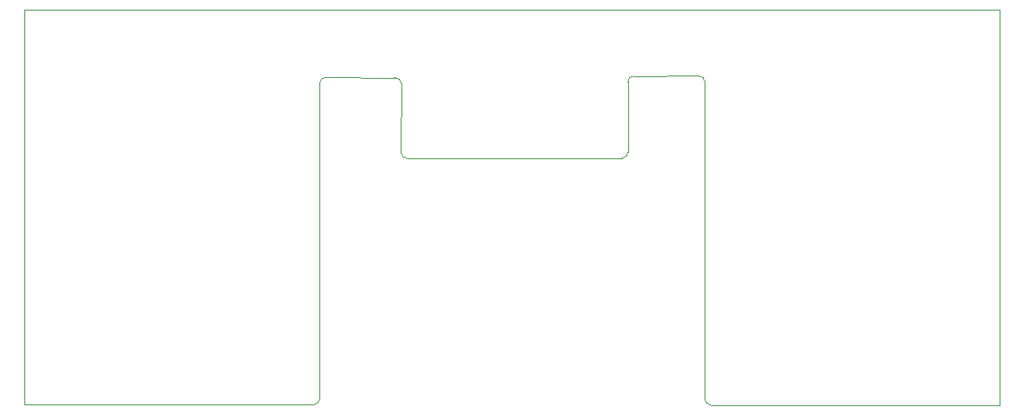
<source format=gm1>
%TF.GenerationSoftware,KiCad,Pcbnew,8.0.4*%
%TF.CreationDate,2025-01-10T16:53:37-05:00*%
%TF.ProjectId,X17-ESC-Adapter,5831372d-4553-4432-9d41-646170746572,rev?*%
%TF.SameCoordinates,Original*%
%TF.FileFunction,Profile,NP*%
%FSLAX46Y46*%
G04 Gerber Fmt 4.6, Leading zero omitted, Abs format (unit mm)*
G04 Created by KiCad (PCBNEW 8.0.4) date 2025-01-10 16:53:37*
%MOMM*%
%LPD*%
G01*
G04 APERTURE LIST*
%TA.AperFunction,Profile*%
%ADD10C,0.050000*%
%TD*%
G04 APERTURE END LIST*
D10*
X137884001Y-84493935D02*
G75*
G02*
X138515336Y-83859010I634799J135D01*
G01*
X107150000Y-118000000D02*
X107150000Y-76852000D01*
X178630105Y-118005533D02*
G75*
G02*
X178010001Y-117400000I14895J635533D01*
G01*
X170030000Y-91640000D02*
X169989186Y-84355661D01*
X145700525Y-83887754D02*
X138515297Y-83851833D01*
X178016000Y-84343286D02*
X178010000Y-117400000D01*
X137249000Y-118000000D02*
X107150000Y-118000000D01*
X137884000Y-84493154D02*
X137884000Y-117365000D01*
X146378901Y-84508446D02*
X146361101Y-91673115D01*
X147000000Y-92300000D02*
G75*
G02*
X146361119Y-91673115I200J639200D01*
G01*
X178630000Y-118010000D02*
X208729000Y-118010000D01*
X170621311Y-83718812D02*
X177378128Y-83708291D01*
X145700525Y-83887754D02*
G75*
G02*
X146378869Y-84508446I47375J-629246D01*
G01*
X208729000Y-118010000D02*
X208750000Y-76852000D01*
X208750000Y-76852000D02*
X107150000Y-76852000D01*
X177378128Y-83708291D02*
G75*
G02*
X178015915Y-84343286I2872J-634909D01*
G01*
X137884000Y-117365000D02*
G75*
G02*
X137249000Y-118000000I-635000J0D01*
G01*
X147000000Y-92295200D02*
X169365004Y-92295199D01*
X169989186Y-84355661D02*
G75*
G02*
X170621311Y-83718790I635014J1861D01*
G01*
X170030000Y-91640000D02*
G75*
G02*
X169355779Y-92292075I-674200J22500D01*
G01*
M02*

</source>
